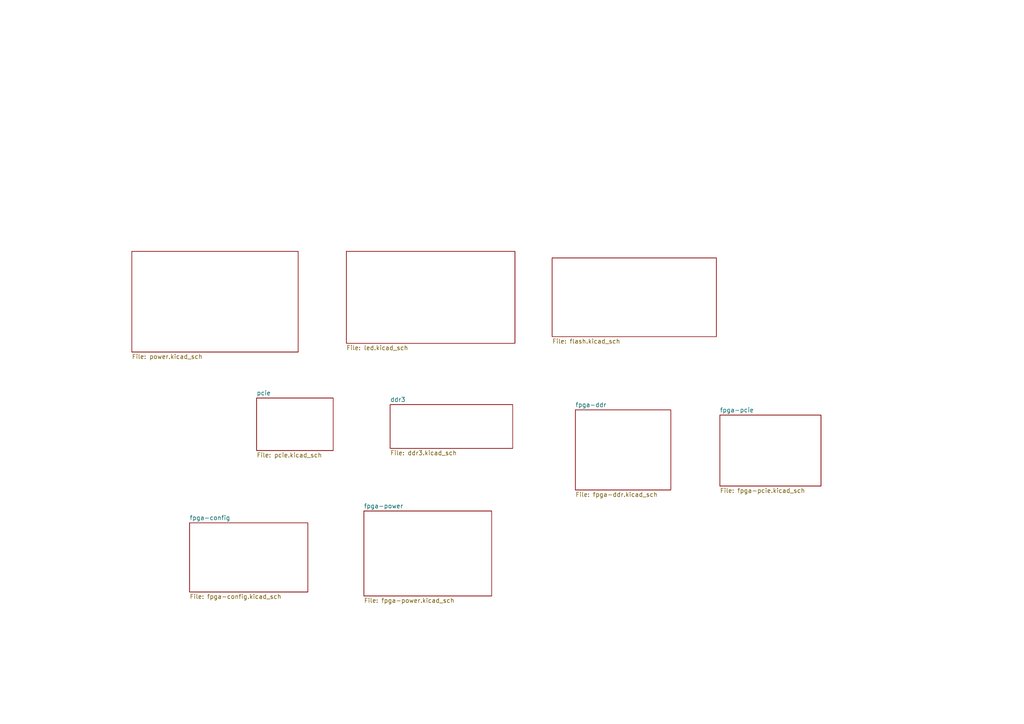
<source format=kicad_sch>
(kicad_sch (version 20230121) (generator eeschema)
  (paper "A4")
  (lib_symbols)
  (sheet (at 105.537 148.209) (size 37.084 24.638) (stroke (width 0.1524))
    (property "Sheetname" "fpga-power" (at 105.537 147.4974 0) (effects (justify left bottom)))
    (property "Sheetfile" "fpga-power.kicad_sch" (at 105.537 173.4316 0) (effects (justify left top)))
  )
  (sheet (at 160.147 74.803) (size 47.625 22.86) (stroke (width 0.1524))
    (property "Sheetname" "flash" (effects hide))
    (property "Sheetfile" "flash.kicad_sch" (at 160.147 98.2476 0) (effects (justify left top)))
  )
  (sheet (at 166.878 118.872) (size 27.686 23.241) (stroke (width 0.1524))
    (property "Sheetname" "fpga-ddr" (at 166.878 118.1604 0) (effects (justify left bottom)))
    (property "Sheetfile" "fpga-ddr.kicad_sch" (at 166.878 142.6976 0) (effects (justify left top)))
  )
  (sheet (at 100.457 72.898) (size 48.895 26.67) (stroke (width 0.1524))
    (property "Sheetname" "led" (effects hide))
    (property "Sheetfile" "led.kicad_sch" (at 100.457 100.1526 0) (effects (justify left top)))
  )
  (sheet (at 54.991 151.638) (size 34.29 20.066) (stroke (width 0.1524))
    (property "Sheetname" "fpga-config" (at 54.991 150.9264 0) (effects (justify left bottom)))
    (property "Sheetfile" "fpga-config.kicad_sch" (at 54.991 172.2886 0) (effects (justify left top)))
  )
  (sheet (at 74.422 115.443) (size 22.225 15.24) (stroke (width 0.1524))
    (property "Sheetname" "pcie" (at 74.422 114.7314 0) (effects (justify left bottom)))
    (property "Sheetfile" "pcie.kicad_sch" (at 74.422 131.2676 0) (effects (justify left top)))
  )
  (sheet (at 113.157 117.348) (size 35.56 12.7) (stroke (width 0.1524))
    (property "Sheetname" "ddr3" (at 113.157 116.6364 0) (effects (justify left bottom)))
    (property "Sheetfile" "ddr3.kicad_sch" (at 113.157 130.6326 0) (effects (justify left top)))
  )
  (sheet (at 38.227 72.898) (size 48.26 29.21) (stroke (width 0.1524))
    (property "Sheetname" "Power" (effects hide))
    (property "Sheetfile" "power.kicad_sch" (at 38.227 102.6926 0) (effects (justify left top)))
  )
  (sheet (at 208.788 120.396) (size 29.337 20.574) (stroke (width 0.1524))
    (property "Sheetname" "fpga-pcie" (at 208.788 119.6844 0) (effects (justify left bottom)))
    (property "Sheetfile" "fpga-pcie.kicad_sch" (at 208.788 141.5546 0) (effects (justify left top)))
  )
)
</source>
